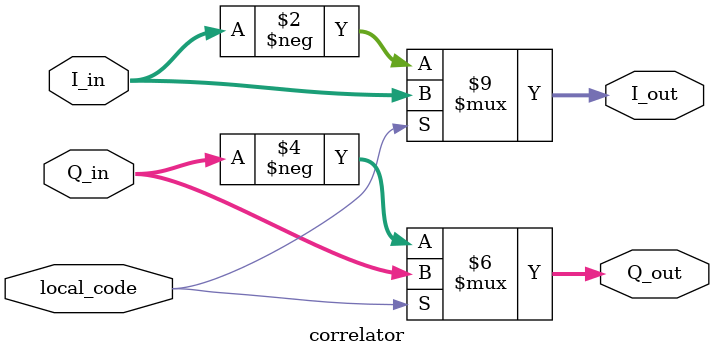
<source format=v>
module correlator (
    input wire signed [1:0] I_in,  // 2 位有符号 I 路输入信号
    input wire signed [1:0] Q_in,  // 2 位有符号 Q 路输入信号
    input wire local_code,         // 1 位本地码
    output reg signed [1:0] I_out, // 2 位有符号 I 路输出信号
    output reg signed [1:0] Q_out  // 2 位有符号 Q 路输出信号
);
    always @(*) begin
        if (local_code) begin
            I_out = I_in;
        end else begin
            I_out = -I_in;
        end
    end

    always @(*) begin
        if (local_code) begin
            Q_out = Q_in;
        end else begin
            Q_out = -Q_in;
        end
    end
    
endmodule
</source>
